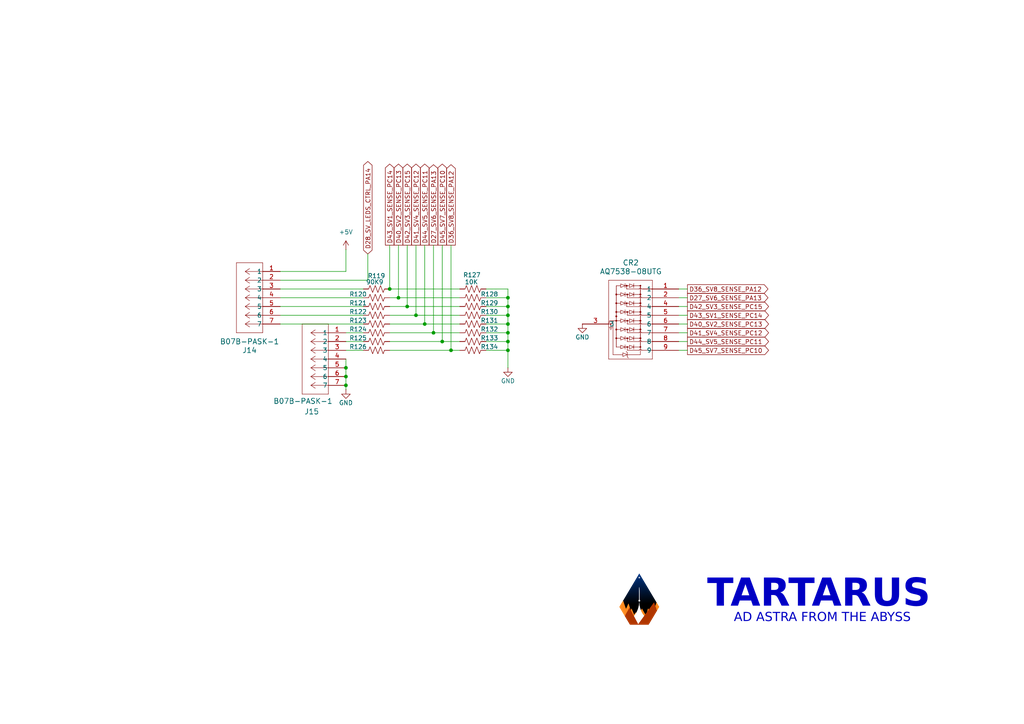
<source format=kicad_sch>
(kicad_sch (version 20250114) (generator "eeschema") (generator_version "9.0")
  (paper "A4")
  (lib_symbols
    (symbol "AQ7538_08UTG:AQ7538-08UTG" (pin_names (offset 0.254))
      (property "Reference" "CR" (at 12.7 17.78 0))
      (property "Value" "AQ7538-08UTG" (at 12.7 15.24 0))
      (symbol "AQ7538-08UTG_0_1"
        (polyline (pts (xy 7.62 12.7) (xy 7.62 -10.16)) (stroke (width 0.127)))
        (polyline (pts (xy 7.62 0) (xy 8.255 0)) (stroke (width 0.127)))
        (polyline (pts (xy 7.62 -10.16) (xy 20.32 -10.16)) (stroke (width 0.127)))
        (polyline (pts (xy 7.7788 -0.9525) (xy 8.7313 -0.9525)) (stroke (width 0.127)))
        (polyline (pts (xy 7.9375 0.9525) (xy 7.62 0)) (stroke (width 0.127)))
        (polyline (pts (xy 8.0963 -1.5875) (xy 8.4138 -1.5875)) (stroke (width 0.127)))
        (polyline (pts (xy 8.255 0) (xy 8.255 -0.9525)) (stroke (width 0.127)))
        (circle (center 8.255 0) (radius 0.127) (stroke (width 0.2032)))
        (polyline (pts (xy 8.5725 0.9525) (xy 7.9375 0.9525)) (stroke (width 0.127)))
        (polyline (pts (xy 8.5725 0.9525) (xy 9.8425 0.9525)) (stroke (width 0.127)))
        (polyline (pts (xy 8.5725 -1.27) (xy 7.9375 -1.27)) (stroke (width 0.127)))
        (polyline (pts (xy 8.89 0.9525) (xy 8.89 -8.89)) (stroke (width 0.127)))
        (polyline (pts (xy 8.89 -8.89) (xy 11.7475 -8.89)) (stroke (width 0.127)))
        (polyline (pts (xy 9.8425 11.1125) (xy 9.8425 -6.6675)) (stroke (width 0.127)))
        (polyline (pts (xy 9.8425 11.1125) (xy 9.8425 -6.6675)) (stroke (width 0.127)))
        (polyline (pts (xy 9.8425 8.5725) (xy 11.1125 8.5725)) (stroke (width 0.127)))
        (circle (center 9.8425 8.5725) (radius 0.127) (stroke (width 0.254)))
        (circle (center 9.8425 8.5725) (radius 0.127) (stroke (width 0.254)))
        (polyline (pts (xy 9.8425 6.0325) (xy 11.1125 6.0325)) (stroke (width 0.127)))
        (circle (center 9.8425 6.0325) (radius 0.127) (stroke (width 0.254)))
        (circle (center 9.8425 6.0325) (radius 0.127) (stroke (width 0.254)))
        (polyline (pts (xy 9.8425 3.4925) (xy 11.1125 3.4925)) (stroke (width 0.127)))
        (circle (center 9.8425 3.4925) (radius 0.127) (stroke (width 0.254)))
        (circle (center 9.8425 3.4925) (radius 0.127) (stroke (width 0.254)))
        (circle (center 9.8425 2.2225) (radius 0.127) (stroke (width 0.254)))
        (circle (center 9.8425 2.2225) (radius 0.127) (stroke (width 0.254)))
        (polyline (pts (xy 9.8425 0.9525) (xy 11.1125 0.9525)) (stroke (width 0.127)))
        (circle (center 9.8425 0.9525) (radius 0.127) (stroke (width 0.254)))
        (circle (center 9.8425 0.9525) (radius 0.127) (stroke (width 0.254)))
        (polyline (pts (xy 9.8425 -1.5875) (xy 11.1125 -1.5875)) (stroke (width 0.127)))
        (circle (center 9.8425 -1.5875) (radius 0.127) (stroke (width 0.254)))
        (circle (center 9.8425 -1.5875) (radius 0.127) (stroke (width 0.254)))
        (polyline (pts (xy 9.8425 -4.1275) (xy 11.1125 -4.1275)) (stroke (width 0.127)))
        (circle (center 9.8425 -4.1275) (radius 0.127) (stroke (width 0.254)))
        (circle (center 9.8425 -4.1275) (radius 0.127) (stroke (width 0.254)))
        (polyline (pts (xy 9.8425 -6.6675) (xy 11.1125 -6.6675)) (stroke (width 0.127)))
        (polyline (pts (xy 11.1125 11.6205) (xy 11.1125 10.6045)) (stroke (width 0.127)))
        (polyline (pts (xy 11.1125 11.6205) (xy 12.3825 11.1125)) (stroke (width 0.127)))
        (polyline (pts (xy 11.1125 11.1125) (xy 9.8425 11.1125)) (stroke (width 0.127)))
        (polyline (pts (xy 11.1125 9.0805) (xy 11.1125 8.0645)) (stroke (width 0.127)))
        (polyline (pts (xy 11.1125 9.0805) (xy 12.3825 8.5725)) (stroke (width 0.127)))
        (polyline (pts (xy 11.1125 6.5405) (xy 11.1125 5.5245)) (stroke (width 0.127)))
        (polyline (pts (xy 11.1125 6.5405) (xy 12.3825 6.0325)) (stroke (width 0.127)))
        (polyline (pts (xy 11.1125 4.0005) (xy 11.1125 2.9845)) (stroke (width 0.127)))
        (polyline (pts (xy 11.1125 4.0005) (xy 12.3825 3.4925)) (stroke (width 0.127)))
        (polyline (pts (xy 11.1125 1.4605) (xy 11.1125 0.4445)) (stroke (width 0.127)))
        (polyline (pts (xy 11.1125 1.4605) (xy 12.3825 0.9525)) (stroke (width 0.127)))
        (polyline (pts (xy 11.1125 -1.0795) (xy 11.1125 -2.0955)) (stroke (width 0.127)))
        (polyline (pts (xy 11.1125 -1.0795) (xy 12.3825 -1.5875)) (stroke (width 0.127)))
        (polyline (pts (xy 11.1125 -3.6195) (xy 11.1125 -4.6355)) (stroke (width 0.127)))
        (polyline (pts (xy 11.1125 -3.6195) (xy 12.3825 -4.1275)) (stroke (width 0.127)))
        (polyline (pts (xy 11.1125 -6.1595) (xy 11.1125 -7.1755)) (stroke (width 0.127)))
        (polyline (pts (xy 11.1125 -6.1595) (xy 12.3825 -6.6675)) (stroke (width 0.127)))
        (polyline (pts (xy 11.7475 -8.382) (xy 11.7475 -9.398)) (stroke (width 0.127)))
        (polyline (pts (xy 11.7475 -8.382) (xy 13.0175 -8.89)) (stroke (width 0.127)))
        (polyline (pts (xy 12.3825 11.7475) (xy 12.3825 10.4775)) (stroke (width 0.127)))
        (polyline (pts (xy 12.3825 11.1125) (xy 11.1125 10.6045)) (stroke (width 0.127)))
        (polyline (pts (xy 12.3825 11.1125) (xy 13.6525 11.1125)) (stroke (width 0.127)))
        (polyline (pts (xy 12.3825 9.2075) (xy 12.3825 7.9375)) (stroke (width 0.127)))
        (polyline (pts (xy 12.3825 8.5725) (xy 11.1125 8.0645)) (stroke (width 0.127)))
        (polyline (pts (xy 12.3825 8.5725) (xy 13.6525 8.5725)) (stroke (width 0.127)))
        (polyline (pts (xy 12.3825 6.6675) (xy 12.3825 5.3975)) (stroke (width 0.127)))
        (polyline (pts (xy 12.3825 6.0325) (xy 11.1125 5.5245)) (stroke (width 0.127)))
        (polyline (pts (xy 12.3825 6.0325) (xy 13.6525 6.0325)) (stroke (width 0.127)))
        (polyline (pts (xy 12.3825 4.1275) (xy 12.3825 2.8575)) (stroke (width 0.127)))
        (polyline (pts (xy 12.3825 3.4925) (xy 11.1125 2.9845)) (stroke (width 0.127)))
        (polyline (pts (xy 12.3825 3.4925) (xy 13.6525 3.4925)) (stroke (width 0.127)))
        (polyline (pts (xy 12.3825 1.5875) (xy 12.3825 0.3175)) (stroke (width 0.127)))
        (polyline (pts (xy 12.3825 0.9525) (xy 11.1125 0.4445)) (stroke (width 0.127)))
        (polyline (pts (xy 12.3825 0.9525) (xy 13.6525 0.9525)) (stroke (width 0.127)))
        (polyline (pts (xy 12.3825 -0.9525) (xy 12.3825 -2.2225)) (stroke (width 0.127)))
        (polyline (pts (xy 12.3825 -1.5875) (xy 11.1125 -2.0955)) (stroke (width 0.127)))
        (polyline (pts (xy 12.3825 -3.4925) (xy 12.3825 -4.7625)) (stroke (width 0.127)))
        (polyline (pts (xy 12.3825 -4.1275) (xy 11.1125 -4.6355)) (stroke (width 0.127)))
        (polyline (pts (xy 12.3825 -4.1275) (xy 13.6525 -4.1275)) (stroke (width 0.127)))
        (polyline (pts (xy 12.3825 -6.0325) (xy 12.3825 -7.3025)) (stroke (width 0.127)))
        (polyline (pts (xy 12.3825 -6.6675) (xy 11.1125 -7.1755)) (stroke (width 0.127)))
        (circle (center 12.8588 11.1125) (radius 0.127) (stroke (width 0.254)))
        (circle (center 12.8588 11.1125) (radius 0.127) (stroke (width 0.254)))
        (polyline (pts (xy 12.8588 10.16) (xy 12.8588 11.1125)) (stroke (width 0.127)))
        (polyline (pts (xy 12.8588 10.16) (xy 12.8588 11.1125)) (stroke (width 0.127)))
        (polyline (pts (xy 12.8588 10.16) (xy 16.5227 10.16)) (stroke (width 0.127)))
        (circle (center 12.8588 6.0325) (radius 0.127) (stroke (width 0.254)))
        (polyline (pts (xy 12.8588 5.08) (xy 12.8588 6.0325)) (stroke (width 0.127)))
        (circle (center 13.0175 8.5725) (radius 0.127) (stroke (width 0.254)))
        (polyline (pts (xy 13.0175 7.62) (xy 13.0175 8.5725)) (stroke (width 0.127)))
        (circle (center 13.0175 3.4925) (radius 0.127) (stroke (width 0.254)))
        (polyline (pts (xy 13.0175 2.54) (xy 13.0175 3.4925)) (stroke (width 0.127)))
        (polyline (pts (xy 13.0175 2.54) (xy 16.51 2.54)) (stroke (width 0.127)))
        (circle (center 13.0175 0.9525) (radius 0.127) (stroke (width 0.254)))
        (polyline (pts (xy 13.0175 0) (xy 13.0175 0.9525)) (stroke (width 0.127)))
        (polyline (pts (xy 13.0175 0) (xy 16.51 0)) (stroke (width 0.127)))
        (circle (center 13.0175 -1.5875) (radius 0.127) (stroke (width 0.254)))
        (polyline (pts (xy 13.0175 -2.54) (xy 13.0175 -1.5875)) (stroke (width 0.127)))
        (circle (center 13.0175 -4.1275) (radius 0.127) (stroke (width 0.254)))
        (polyline (pts (xy 13.0175 -5.08) (xy 13.0175 -4.1275)) (stroke (width 0.127)))
        (polyline (pts (xy 13.0175 -5.08) (xy 16.51 -5.08)) (stroke (width 0.127)))
        (circle (center 13.0175 -6.6675) (radius 0.127) (stroke (width 0.254)))
        (polyline (pts (xy 13.0175 -7.62) (xy 13.0175 -6.6675)) (stroke (width 0.127)))
        (polyline (pts (xy 13.0175 -8.255) (xy 12.7 -7.9375)) (stroke (width 0.127)))
        (polyline (pts (xy 13.0175 -8.255) (xy 13.0175 -9.525)) (stroke (width 0.127)))
        (polyline (pts (xy 13.0175 -8.89) (xy 11.7475 -9.398)) (stroke (width 0.127)))
        (polyline (pts (xy 13.0175 -8.89) (xy 16.8275 -8.89)) (stroke (width 0.127)))
        (polyline (pts (xy 13.0175 -9.525) (xy 13.335 -9.8425)) (stroke (width 0.127)))
        (polyline (pts (xy 13.6525 11.6205) (xy 13.6525 10.6045)) (stroke (width 0.127)))
        (polyline (pts (xy 13.6525 11.6205) (xy 14.9225 11.1125)) (stroke (width 0.127)))
        (polyline (pts (xy 13.6525 9.0805) (xy 13.6525 8.0645)) (stroke (width 0.127)))
        (polyline (pts (xy 13.6525 9.0805) (xy 14.9225 8.5725)) (stroke (width 0.127)))
        (polyline (pts (xy 13.6525 6.5405) (xy 13.6525 5.5245)) (stroke (width 0.127)))
        (polyline (pts (xy 13.6525 6.5405) (xy 14.9225 6.0325)) (stroke (width 0.127)))
        (polyline (pts (xy 13.6525 4.0005) (xy 13.6525 2.9845)) (stroke (width 0.127)))
        (polyline (pts (xy 13.6525 4.0005) (xy 14.9225 3.4925)) (stroke (width 0.127)))
        (polyline (pts (xy 13.6525 1.4605) (xy 13.6525 0.4445)) (stroke (width 0.127)))
        (polyline (pts (xy 13.6525 1.4605) (xy 14.9225 0.9525)) (stroke (width 0.127)))
        (polyline (pts (xy 13.6525 -1.0795) (xy 13.6525 -2.0955)) (stroke (width 0.127)))
        (polyline (pts (xy 13.6525 -1.0795) (xy 14.9225 -1.5875)) (stroke (width 0.127)))
        (polyline (pts (xy 13.6525 -1.5875) (xy 12.3825 -1.5875)) (stroke (width 0.127)))
        (polyline (pts (xy 13.6525 -3.6195) (xy 13.6525 -4.6355)) (stroke (width 0.127)))
        (polyline (pts (xy 13.6525 -3.6195) (xy 14.9225 -4.1275)) (stroke (width 0.127)))
        (polyline (pts (xy 13.6525 -6.1595) (xy 13.6525 -7.1755)) (stroke (width 0.127)))
        (polyline (pts (xy 13.6525 -6.1595) (xy 14.9225 -6.6675)) (stroke (width 0.127)))
        (polyline (pts (xy 13.6525 -6.6675) (xy 12.3825 -6.6675)) (stroke (width 0.127)))
        (polyline (pts (xy 14.9225 11.7475) (xy 14.9225 10.4775)) (stroke (width 0.127)))
        (polyline (pts (xy 14.9225 11.1125) (xy 13.6525 10.6045)) (stroke (width 0.127)))
        (polyline (pts (xy 14.9225 11.1125) (xy 16.8275 11.1125)) (stroke (width 0.127)))
        (polyline (pts (xy 14.9225 9.2075) (xy 14.9225 7.9375)) (stroke (width 0.127)))
        (polyline (pts (xy 14.9225 8.5725) (xy 13.6525 8.0645)) (stroke (width 0.127)))
        (polyline (pts (xy 14.9225 8.5725) (xy 16.8275 8.5725)) (stroke (width 0.127)))
        (polyline (pts (xy 14.9225 6.6675) (xy 14.9225 5.3975)) (stroke (width 0.127)))
        (polyline (pts (xy 14.9225 6.0325) (xy 13.6525 5.5245)) (stroke (width 0.127)))
        (polyline (pts (xy 14.9225 4.1275) (xy 14.9225 2.8575)) (stroke (width 0.127)))
        (polyline (pts (xy 14.9225 3.4925) (xy 13.6525 2.9845)) (stroke (width 0.127)))
        (polyline (pts (xy 14.9225 3.4925) (xy 16.8275 3.4925)) (stroke (width 0.127)))
        (polyline (pts (xy 14.9225 1.5875) (xy 14.9225 0.3175)) (stroke (width 0.127)))
        (polyline (pts (xy 14.9225 0.9525) (xy 13.6525 0.4445)) (stroke (width 0.127)))
        (polyline (pts (xy 14.9225 0.9525) (xy 16.8275 0.9525)) (stroke (width 0.127)))
        (polyline (pts (xy 14.9225 -0.9525) (xy 14.9225 -2.2225)) (stroke (width 0.127)))
        (polyline (pts (xy 14.9225 -1.5875) (xy 13.6525 -2.0955)) (stroke (width 0.127)))
        (polyline (pts (xy 14.9225 -1.5875) (xy 16.8275 -1.5875)) (stroke (width 0.127)))
        (polyline (pts (xy 14.9225 -3.4925) (xy 14.9225 -4.7625)) (stroke (width 0.127)))
        (polyline (pts (xy 14.9225 -4.1275) (xy 13.6525 -4.6355)) (stroke (width 0.127)))
        (polyline (pts (xy 14.9225 -4.1275) (xy 16.8275 -4.1275)) (stroke (width 0.127)))
        (polyline (pts (xy 14.9225 -6.0325) (xy 14.9225 -7.3025)) (stroke (width 0.127)))
        (polyline (pts (xy 14.9225 -6.6675) (xy 13.6525 -7.1755)) (stroke (width 0.127)))
        (polyline (pts (xy 14.9225 -6.6675) (xy 16.8275 -6.6675)) (stroke (width 0.127)))
        (polyline (pts (xy 16.4846 5.0546) (xy 12.827 5.0546)) (stroke (width 0.127)))
        (polyline (pts (xy 16.5227 7.62) (xy 13.0175 7.62)) (stroke (width 0.127)))
        (polyline (pts (xy 16.5227 -2.54) (xy 13.0175 -2.54)) (stroke (width 0.127)))
        (polyline (pts (xy 16.5227 -7.62) (xy 13.0175 -7.62)) (stroke (width 0.127)))
        (polyline (pts (xy 16.8275 11.1125) (xy 16.8275 -6.6675)) (stroke (width 0.127)))
        (polyline (pts (xy 16.8275 11.1125) (xy 16.8275 -8.89)) (stroke (width 0.127)))
        (circle (center 16.8275 11.1125) (radius 0.127) (stroke (width 0.254)))
        (arc (start 16.5227 10.16) (mid 16.8275 10.4634) (end 17.1323 10.16) (stroke (width 0.127)))
        (circle (center 16.8275 8.5725) (radius 0.127) (stroke (width 0.254)))
        (circle (center 16.8275 8.5725) (radius 0.127) (stroke (width 0.254)))
        (arc (start 16.5227 7.62) (mid 16.8275 7.9234) (end 17.1323 7.62) (stroke (width 0.127)))
        (polyline (pts (xy 16.8275 6.0325) (xy 14.9225 6.0325)) (stroke (width 0.127)))
        (circle (center 16.8275 6.0325) (radius 0.127) (stroke (width 0.254)))
        (circle (center 16.8275 6.0325) (radius 0.127) (stroke (width 0.254)))
        (arc (start 16.5227 5.08) (mid 16.8275 5.3834) (end 17.1323 5.08) (stroke (width 0.127)))
        (circle (center 16.8275 3.4925) (radius 0.127) (stroke (width 0.254)))
        (circle (center 16.8275 3.4925) (radius 0.127) (stroke (width 0.254)))
        (arc (start 16.5227 2.54) (mid 16.8275 2.8434) (end 17.1323 2.54) (stroke (width 0.127)))
        (circle (center 16.8275 0.9525) (radius 0.127) (stroke (width 0.254)))
        (circle (center 16.8275 0.9525) (radius 0.127) (stroke (width 0.254)))
        (arc (start 16.5227 0) (mid 16.8275 0.3035) (end 17.1323 0) (stroke (width 0.127)))
        (circle (center 16.8275 -1.5875) (radius 0.127) (stroke (width 0.254)))
        (circle (center 16.8275 -1.5875) (radius 0.127) (stroke (width 0.254)))
        (arc (start 16.5227 -2.54) (mid 16.8275 -2.2365) (end 17.1323 -2.54) (stroke (width 0.127)))
        (circle (center 16.8275 -4.1275) (radius 0.127) (stroke (width 0.254)))
        (circle (center 16.8275 -4.1275) (radius 0.127) (stroke (width 0.254)))
        (arc (start 16.5227 -5.08) (mid 16.8275 -4.7765) (end 17.1323 -5.08) (stroke (width 0.127)))
        (circle (center 16.8275 -6.6675) (radius 0.127) (stroke (width 0.254)))
        (arc (start 16.5227 -7.62) (mid 16.8275 -7.3165) (end 17.1323 -7.62) (stroke (width 0.127)))
        (polyline (pts (xy 17.1323 10.16) (xy 20.32 10.16)) (stroke (width 0.127)))
        (polyline (pts (xy 17.1323 7.62) (xy 20.4788 7.62)) (stroke (width 0.127)))
        (polyline (pts (xy 17.1323 5.08) (xy 20.32 5.08)) (stroke (width 0.127)))
        (polyline (pts (xy 17.1323 0) (xy 20.4788 0)) (stroke (width 0.127)))
        (polyline (pts (xy 17.1323 -2.54) (xy 20.4788 -2.54)) (stroke (width 0.127)))
        (polyline (pts (xy 17.1323 -5.08) (xy 20.4788 -5.08)) (stroke (width 0.127)))
        (polyline (pts (xy 17.1323 -7.62) (xy 20.4788 -7.62)) (stroke (width 0.127)))
        (polyline (pts (xy 17.145 2.54) (xy 20.4788 2.54)) (stroke (width 0.127)))
        (polyline (pts (xy 17.4625 10.16) (xy 20.32 10.16)) (stroke (width 0.127)))
        (polyline (pts (xy 20.32 12.7) (xy 7.62 12.7)) (stroke (width 0.127)))
        (polyline (pts (xy 20.32 12.7) (xy 20.32 -10.16)) (stroke (width 0.127)))
        (pin unspecified line (at 0 0 0) (length 7.62) (name "3") (number "3"))
        (pin unspecified line (at 27.94 10.16 180) (length 7.62) (name "1") (number "1"))
        (pin unspecified line (at 27.94 7.62 180) (length 7.62) (name "2") (number "2"))
        (pin unspecified line (at 27.94 5.08 180) (length 7.62) (name "4") (number "4"))
        (pin unspecified line (at 27.94 2.54 180) (length 7.62) (name "5") (number "5"))
        (pin unspecified line (at 27.94 0 180) (length 7.62) (name "6") (number "6"))
        (pin unspecified line (at 27.94 -2.54 180) (length 7.62) (name "7") (number "7"))
        (pin unspecified line (at 27.94 -5.08 180) (length 7.62) (name "8") (number "8"))
        (pin unspecified line (at 27.94 -7.62 180) (length 7.62) (name "9") (number "9"))
      )
    )
    (symbol "Device:R_US" (pin_numbers (hide yes)) (pin_names (offset 0))
      (property "Reference" "R" (at 2.54 0 90))
      (property "Value" "R_US" (at -2.54 0 90))
      (symbol "R_US_0_1"
        (polyline (pts (xy 0 2.286) (xy 0 2.54)))
        (polyline (pts (xy 0 2.286) (xy 1.016 1.905) (xy 0 1.524) (xy -1.016 1.143) (xy 0 0.762)))
        (polyline (pts (xy 0 0.762) (xy 1.016 0.381) (xy 0 0) (xy -1.016 -0.381) (xy 0 -0.762)))
        (polyline (pts (xy 0 -0.762) (xy 1.016 -1.143) (xy 0 -1.524) (xy -1.016 -1.905) (xy 0 -2.286)))
        (polyline (pts (xy 0 -2.286) (xy 0 -2.54)))
      )
      (symbol "R_US_1_1"
        (pin passive line (at 0 3.81 270) (length 1.27) (name "~") (number "1"))
        (pin passive line (at 0 -3.81 90) (length 1.27) (name "~") (number "2"))
      )
    )
    (symbol "power:+12V" (power) (pin_numbers (hide yes)) (pin_names (offset 0) (hide yes))
      (property "Value" "+12V" (at 0 3.556 0))
      (symbol "+12V_0_1"
        (polyline (pts (xy -0.762 1.27) (xy 0 2.54)))
        (polyline (pts (xy 0 2.54) (xy 0.762 1.27)))
        (polyline (pts (xy 0 0) (xy 0 2.54)))
      )
      (symbol "+12V_1_1"
        (pin power_in line (at 0 0 90) (length 0) (name "~") (number "1"))
      )
    )
    (symbol "power:GND" (power) (pin_numbers (hide yes)) (pin_names (offset 0) (hide yes))
      (property "Value" "GND" (at 0 -3.81 0))
      (symbol "GND_0_1"
        (polyline (pts (xy 0 0) (xy 0 -1.27) (xy 1.27 -1.27) (xy 0 -2.54) (xy -1.27 -1.27) (xy 0 -1.27)))
      )
      (symbol "GND_1_1"
        (pin power_in line (at 0 0 270) (length 0) (name "~") (number "1"))
      )
    )
    (symbol "ul_B07B-PASK-1:B07B-PASK-1" (pin_names (offset 0.254))
      (property "Reference" "J" (at 8.89 6.35 0))
      (property "Value" "B07B-PASK-1" (at 0 0 0))
      (symbol "B07B-PASK-1_1_1"
        (polyline (pts (xy 5.08 2.54) (xy 5.08 -17.78)) (stroke (width 0.127)))
        (polyline (pts (xy 5.08 -17.78) (xy 12.7 -17.78)) (stroke (width 0.127)))
        (polyline (pts (xy 10.16 0) (xy 5.08 0)) (stroke (width 0.127)))
        (polyline (pts (xy 10.16 0) (xy 8.89 0.8467)) (stroke (width 0.127)))
        (polyline (pts (xy 10.16 0) (xy 8.89 -0.8467)) (stroke (width 0.127)))
        (polyline (pts (xy 10.16 -2.54) (xy 5.08 -2.54)) (stroke (width 0.127)))
        (polyline (pts (xy 10.16 -2.54) (xy 8.89 -1.6933)) (stroke (width 0.127)))
        (polyline (pts (xy 10.16 -2.54) (xy 8.89 -3.3867)) (stroke (width 0.127)))
        (polyline (pts (xy 10.16 -5.08) (xy 5.08 -5.08)) (stroke (width 0.127)))
        (polyline (pts (xy 10.16 -5.08) (xy 8.89 -4.2333)) (stroke (width 0.127)))
        (polyline (pts (xy 10.16 -5.08) (xy 8.89 -5.9267)) (stroke (width 0.127)))
        (polyline (pts (xy 10.16 -7.62) (xy 5.08 -7.62)) (stroke (width 0.127)))
        (polyline (pts (xy 10.16 -7.62) (xy 8.89 -6.7733)) (stroke (width 0.127)))
        (polyline (pts (xy 10.16 -7.62) (xy 8.89 -8.4667)) (stroke (width 0.127)))
        (polyline (pts (xy 10.16 -10.16) (xy 5.08 -10.16)) (stroke (width 0.127)))
        (polyline (pts (xy 10.16 -10.16) (xy 8.89 -9.3133)) (stroke (width 0.127)))
        (polyline (pts (xy 10.16 -10.16) (xy 8.89 -11.0067)) (stroke (width 0.127)))
        (polyline (pts (xy 10.16 -12.7) (xy 5.08 -12.7)) (stroke (width 0.127)))
        (polyline (pts (xy 10.16 -12.7) (xy 8.89 -11.8533)) (stroke (width 0.127)))
        (polyline (pts (xy 10.16 -12.7) (xy 8.89 -13.5467)) (stroke (width 0.127)))
        (polyline (pts (xy 10.16 -15.24) (xy 5.08 -15.24)) (stroke (width 0.127)))
        (polyline (pts (xy 10.16 -15.24) (xy 8.89 -14.3933)) (stroke (width 0.127)))
        (polyline (pts (xy 10.16 -15.24) (xy 8.89 -16.0867)) (stroke (width 0.127)))
        (polyline (pts (xy 12.7 2.54) (xy 5.08 2.54)) (stroke (width 0.127)))
        (polyline (pts (xy 12.7 -17.78) (xy 12.7 2.54)) (stroke (width 0.127)))
        (pin unspecified line (at 0 0 0) (length 5.08) (name "1") (number "1"))
        (pin unspecified line (at 0 -2.54 0) (length 5.08) (name "2") (number "2"))
        (pin unspecified line (at 0 -5.08 0) (length 5.08) (name "3") (number "3"))
        (pin unspecified line (at 0 -7.62 0) (length 5.08) (name "4") (number "4"))
        (pin unspecified line (at 0 -10.16 0) (length 5.08) (name "5") (number "5"))
        (pin unspecified line (at 0 -12.7 0) (length 5.08) (name "6") (number "6"))
        (pin unspecified line (at 0 -15.24 0) (length 5.08) (name "7") (number "7"))
      )
      (symbol "B07B-PASK-1_1_2"
        (polyline (pts (xy 5.08 2.54) (xy 5.08 -17.78)) (stroke (width 0.127)))
        (polyline (pts (xy 5.08 -17.78) (xy 12.7 -17.78)) (stroke (width 0.127)))
        (polyline (pts (xy 7.62 0) (xy 5.08 0)) (stroke (width 0.127)))
        (polyline (pts (xy 7.62 0) (xy 8.89 0.8467)) (stroke (width 0.127)))
        (polyline (pts (xy 7.62 0) (xy 8.89 -0.8467)) (stroke (width 0.127)))
        (polyline (pts (xy 7.62 -2.54) (xy 5.08 -2.54)) (stroke (width 0.127)))
        (polyline (pts (xy 7.62 -2.54) (xy 8.89 -1.6933)) (stroke (width 0.127)))
        (polyline (pts (xy 7.62 -2.54) (xy 8.89 -3.3867)) (stroke (width 0.127)))
        (polyline (pts (xy 7.62 -5.08) (xy 5.08 -5.08)) (stroke (width 0.127)))
        (polyline (pts (xy 7.62 -5.08) (xy 8.89 -4.2333)) (stroke (width 0.127)))
        (polyline (pts (xy 7.62 -5.08) (xy 8.89 -5.9267)) (stroke (width 0.127)))
        (polyline (pts (xy 7.62 -7.62) (xy 5.08 -7.62)) (stroke (width 0.127)))
        (polyline (pts (xy 7.62 -7.62) (xy 8.89 -6.7733)) (stroke (width 0.127)))
        (polyline (pts (xy 7.62 -7.62) (xy 8.89 -8.4667)) (stroke (width 0.127)))
        (polyline (pts (xy 7.62 -10.16) (xy 5.08 -10.16)) (stroke (width 0.127)))
        (polyline (pts (xy 7.62 -10.16) (xy 8.89 -9.3133)) (stroke (width 0.127)))
        (polyline (pts (xy 7.62 -10.16) (xy 8.89 -11.0067)) (stroke (width 0.127)))
        (polyline (pts (xy 7.62 -12.7) (xy 5.08 -12.7)) (stroke (width 0.127)))
        (polyline (pts (xy 7.62 -12.7) (xy 8.89 -11.8533)) (stroke (width 0.127)))
        (polyline (pts (xy 7.62 -12.7) (xy 8.89 -13.5467)) (stroke (width 0.127)))
        (polyline (pts (xy 7.62 -15.24) (xy 5.08 -15.24)) (stroke (width 0.127)))
        (polyline (pts (xy 7.62 -15.24) (xy 8.89 -14.3933)) (stroke (width 0.127)))
        (polyline (pts (xy 7.62 -15.24) (xy 8.89 -16.0867)) (stroke (width 0.127)))
        (polyline (pts (xy 12.7 2.54) (xy 5.08 2.54)) (stroke (width 0.127)))
        (polyline (pts (xy 12.7 -17.78) (xy 12.7 2.54)) (stroke (width 0.127)))
        (pin unspecified line (at 0 0 0) (length 5.08) (name "1") (number "1"))
        (pin unspecified line (at 0 -2.54 0) (length 5.08) (name "2") (number "2"))
        (pin unspecified line (at 0 -5.08 0) (length 5.08) (name "3") (number "3"))
        (pin unspecified line (at 0 -7.62 0) (length 5.08) (name "4") (number "4"))
        (pin unspecified line (at 0 -10.16 0) (length 5.08) (name "5") (number "5"))
        (pin unspecified line (at 0 -12.7 0) (length 5.08) (name "6") (number "6"))
        (pin unspecified line (at 0 -15.24 0) (length 5.08) (name "7") (number "7"))
      )
    )
  )
  (text "AD ASTRA FROM THE ABYSS" (at 238.506 179.959 0) (effects (font (size 2.6 2.6))))
  (text "TARTARUS" (at 237.49 174.625 0) (effects (font (size 8 8) (thickness 1.6) (bold yes))))
  (junction (at 147.32 101.6))
  (junction (at 123.19 93.98))
  (junction (at 130.81 101.6))
  (junction (at 118.11 88.9))
  (junction (at 147.32 93.98))
  (junction (at 147.32 86.36))
  (junction (at 147.32 88.9))
  (junction (at 147.32 99.06))
  (junction (at 125.73 96.52))
  (junction (at 128.27 99.06))
  (junction (at 147.32 96.52))
  (junction (at 100.33 106.68))
  (junction (at 115.57 86.36))
  (junction (at 113.03 83.82))
  (junction (at 120.65 91.44))
  (junction (at 100.33 109.22))
  (junction (at 147.32 91.44))
  (junction (at 100.33 111.76))
  (wire (pts (xy 113.03 91.44) (xy 120.65 91.44)))
  (wire (pts (xy 199.39 101.6) (xy 196.85 101.6)))
  (wire (pts (xy 113.03 88.9) (xy 118.11 88.9)))
  (wire (pts (xy 105.41 96.52) (xy 100.33 96.52)))
  (wire (pts (xy 140.97 88.9) (xy 147.32 88.9)))
  (wire (pts (xy 105.41 86.36) (xy 81.28 86.36)))
  (wire (pts (xy 120.65 91.44) (xy 133.35 91.44)))
  (wire (pts (xy 147.32 86.36) (xy 147.32 88.9)))
  (wire (pts (xy 140.97 101.6) (xy 147.32 101.6)))
  (wire (pts (xy 147.32 101.6) (xy 147.32 106.68)))
  (wire (pts (xy 147.32 93.98) (xy 147.32 96.52)))
  (wire (pts (xy 105.41 93.98) (xy 81.28 93.98)))
  (wire (pts (xy 130.81 71.12) (xy 130.81 101.6)))
  (wire (pts (xy 106.68 81.28) (xy 106.68 73.66)))
  (wire (pts (xy 140.97 83.82) (xy 147.32 83.82)))
  (wire (pts (xy 199.39 88.9) (xy 196.85 88.9)))
  (wire (pts (xy 118.11 88.9) (xy 133.35 88.9)))
  (wire (pts (xy 147.32 83.82) (xy 147.32 86.36)))
  (wire (pts (xy 128.27 99.06) (xy 133.35 99.06)))
  (wire (pts (xy 120.65 71.12) (xy 120.65 91.44)))
  (wire (pts (xy 105.41 91.44) (xy 81.28 91.44)))
  (wire (pts (xy 125.73 96.52) (xy 133.35 96.52)))
  (wire (pts (xy 140.97 91.44) (xy 147.32 91.44)))
  (wire (pts (xy 199.39 83.82) (xy 196.85 83.82)))
  (wire (pts (xy 113.03 96.52) (xy 125.73 96.52)))
  (wire (pts (xy 147.32 88.9) (xy 147.32 91.44)))
  (wire (pts (xy 140.97 96.52) (xy 147.32 96.52)))
  (wire (pts (xy 105.41 99.06) (xy 100.33 99.06)))
  (wire (pts (xy 140.97 86.36) (xy 147.32 86.36)))
  (wire (pts (xy 105.41 101.6) (xy 100.33 101.6)))
  (wire (pts (xy 147.32 91.44) (xy 147.32 93.98)))
  (wire (pts (xy 123.19 93.98) (xy 133.35 93.98)))
  (wire (pts (xy 140.97 99.06) (xy 147.32 99.06)))
  (wire (pts (xy 147.32 99.06) (xy 147.32 101.6)))
  (wire (pts (xy 113.03 99.06) (xy 128.27 99.06)))
  (wire (pts (xy 199.39 93.98) (xy 196.85 93.98)))
  (wire (pts (xy 81.28 81.28) (xy 106.68 81.28)))
  (wire (pts (xy 115.57 71.12) (xy 115.57 86.36)))
  (wire (pts (xy 100.33 78.74) (xy 100.33 72.39)))
  (wire (pts (xy 113.03 93.98) (xy 123.19 93.98)))
  (wire (pts (xy 125.73 71.12) (xy 125.73 96.52)))
  (wire (pts (xy 199.39 96.52) (xy 196.85 96.52)))
  (wire (pts (xy 199.39 86.36) (xy 196.85 86.36)))
  (wire (pts (xy 115.57 86.36) (xy 133.35 86.36)))
  (wire (pts (xy 113.03 83.82) (xy 133.35 83.82)))
  (wire (pts (xy 100.33 104.14) (xy 100.33 106.68)))
  (wire (pts (xy 147.32 96.52) (xy 147.32 99.06)))
  (wire (pts (xy 130.81 101.6) (xy 133.35 101.6)))
  (wire (pts (xy 100.33 111.76) (xy 100.33 113.03)))
  (wire (pts (xy 100.33 106.68) (xy 100.33 109.22)))
  (wire (pts (xy 81.28 78.74) (xy 100.33 78.74)))
  (wire (pts (xy 199.39 99.06) (xy 196.85 99.06)))
  (wire (pts (xy 105.41 88.9) (xy 81.28 88.9)))
  (wire (pts (xy 105.41 83.82) (xy 81.28 83.82)))
  (wire (pts (xy 100.33 109.22) (xy 100.33 111.76)))
  (wire (pts (xy 113.03 101.6) (xy 130.81 101.6)))
  (wire (pts (xy 199.39 91.44) (xy 196.85 91.44)))
  (wire (pts (xy 140.97 93.98) (xy 147.32 93.98)))
  (wire (pts (xy 113.03 86.36) (xy 115.57 86.36)))
  (wire (pts (xy 118.11 71.12) (xy 118.11 88.9)))
  (wire (pts (xy 123.19 71.12) (xy 123.19 93.98)))
  (wire (pts (xy 113.03 71.12) (xy 113.03 83.82)))
  (wire (pts (xy 128.27 71.12) (xy 128.27 99.06)))
  (image (at 185.42 175.133) (scale 0.0421478))
  (global_label "D40_SV2_SENSE_PC13" (shape output) (at 199.39 93.98 0) (property "Intersheetrefs" "${INTERSHEET_REFS}" (effects (hide yes))))
  (global_label "D36_SV8_SENSE_PA12" (shape output) (at 130.81 71.12 90) (property "Intersheetrefs" "${INTERSHEET_REFS}" (effects (hide yes))))
  (global_label "D45_SV7_SENSE_PC10" (shape output) (at 199.39 101.6 0) (property "Intersheetrefs" "${INTERSHEET_REFS}" (effects (hide yes))))
  (global_label "D43_SV1_SENSE_PC14" (shape output) (at 199.39 91.44 0) (property "Intersheetrefs" "${INTERSHEET_REFS}" (effects (hide yes))))
  (global_label "D44_SV5_SENSE_PC11" (shape output) (at 123.19 71.12 90) (property "Intersheetrefs" "${INTERSHEET_REFS}" (effects (hide yes))))
  (global_label "D40_SV2_SENSE_PC13" (shape output) (at 115.57 71.12 90) (property "Intersheetrefs" "${INTERSHEET_REFS}" (effects (hide yes))))
  (global_label "D27_SV6_SENSE_PA13" (shape output) (at 199.39 86.36 0) (property "Intersheetrefs" "${INTERSHEET_REFS}" (effects (hide yes))))
  (global_label "D44_SV5_SENSE_PC11" (shape output) (at 199.39 99.06 0) (property "Intersheetrefs" "${INTERSHEET_REFS}" (effects (hide yes))))
  (global_label "D42_SV3_SENSE_PC15" (shape output) (at 199.39 88.9 0) (property "Intersheetrefs" "${INTERSHEET_REFS}" (effects (hide yes))))
  (global_label "D41_SV4_SENSE_PC12" (shape output) (at 120.65 71.12 90) (property "Intersheetrefs" "${INTERSHEET_REFS}" (effects (hide yes))))
  (global_label "D36_SV8_SENSE_PA12" (shape output) (at 199.39 83.82 0) (property "Intersheetrefs" "${INTERSHEET_REFS}" (effects (hide yes))))
  (global_label "D42_SV3_SENSE_PC15" (shape output) (at 118.11 71.12 90) (property "Intersheetrefs" "${INTERSHEET_REFS}" (effects (hide yes))))
  (global_label "D41_SV4_SENSE_PC12" (shape output) (at 199.39 96.52 0) (property "Intersheetrefs" "${INTERSHEET_REFS}" (effects (hide yes))))
  (global_label "D28_SV_LEDS_CTRL_PA14" (shape bidirectional) (at 106.68 73.66 90) (effects (font (size 1.2446 1.2446))) (property "Intersheetrefs" "${INTERSHEET_REFS}" (effects (hide yes))))
  (global_label "D45_SV7_SENSE_PC10" (shape output) (at 128.27 71.12 90) (property "Intersheetrefs" "${INTERSHEET_REFS}" (effects (hide yes))))
  (global_label "D27_SV6_SENSE_PA13" (shape output) (at 125.73 71.12 90) (property "Intersheetrefs" "${INTERSHEET_REFS}" (effects (hide yes))))
  (global_label "D43_SV1_SENSE_PC14" (shape output) (at 113.03 71.12 90) (property "Intersheetrefs" "${INTERSHEET_REFS}" (effects (hide yes))))
  (symbol (lib_id "Device:R_US") (at 109.22 83.82 90) (unit 1)
    (property "Reference" "R119" (at 111.76 80.01 90) (effects (justify left)))
    (property "Value" "90K9" (at 111.252 81.788 90) (effects (justify left)))
    (property "Footprint" "Resistor_SMD:R_0603_1608Metric" (effects (hide yes)))
    (property "Description" "Resistor, US symbol" (effects (hide yes)))
  )
  (symbol (lib_id "AQ7538_08UTG:AQ7538-08UTG") (at 168.91 93.98 0) (unit 1)
    (property "Reference" "CR2" (at 182.9594 76.2 0) (effects (font (size 1.524 1.524))))
    (property "Value" "AQ7538-08UTG" (at 182.9594 78.74 0) (effects (font (size 1.524 1.524))))
    (property "Footprint" "Barrett_Footprints:uDFN-9_3p8x1p0_LTF" (effects (hide yes)))
    (property "Datasheet" "AQ7538-08UTG" (effects (hide yes)))
  )
  (symbol (lib_id "Device:R_US") (at 137.16 96.52 90) (unit 1)
    (property "Reference" "R132" (at 144.526 95.504 90) (effects (justify left)))
    (property "Value" "1K" (effects (hide yes)))
    (property "Footprint" "Resistor_SMD:R_0603_1608Metric" (effects (hide yes)))
    (property "Description" "Resistor, US symbol" (effects (hide yes)))
  )
  (symbol (lib_id "ul_B07B-PASK-1:B07B-PASK-1") (at 100.33 96.52 0) (mirror y) (unit 1)
    (property "Reference" "J15" (at 90.424 119.38 0) (effects (font (size 1.524 1.524))))
    (property "Value" "B07B-PASK-1" (at 87.884 116.332 0) (effects (font (size 1.524 1.524))))
    (property "Footprint" "Barrett_Footprints:CONN_B07B-PASK-1_JST" (effects (hide yes)))
    (property "Datasheet" "B07B-PASK-1" (effects (hide yes)))
  )
  (symbol (lib_id "power:+12V") (at 100.33 72.39 0) (unit 1)
    (property "Reference" "#PWR0208" (effects (hide yes)))
    (property "Value" "+5V" (at 100.33 67.31 0))
    (property "Description" "Power symbol creates a global label with name \"+12V\"" (effects (hide yes)))
  )
  (symbol (lib_id "power:GND") (at 147.32 106.68 0) (unit 1)
    (property "Reference" "#PWR0210" (effects (hide yes)))
    (property "Value" "GND" (at 147.32 110.49 0))
    (property "Description" "Power symbol creates a global label with name \"GND\" , ground" (effects (hide yes)))
  )
  (symbol (lib_id "Device:R_US") (at 137.16 91.44 90) (unit 1)
    (property "Reference" "R130" (at 144.526 90.424 90) (effects (justify left)))
    (property "Value" "10K" (effects (hide yes)))
    (property "Footprint" "Resistor_SMD:R_0603_1608Metric" (effects (hide yes)))
    (property "Description" "Resistor, US symbol" (effects (hide yes)))
  )
  (symbol (lib_id "Device:R_US") (at 109.22 93.98 90) (unit 1)
    (property "Reference" "R123" (at 106.426 92.964 90) (effects (justify left)))
    (property "Value" "90K9" (effects (hide yes)))
    (property "Footprint" "Resistor_SMD:R_0603_1608Metric" (effects (hide yes)))
    (property "Description" "Resistor, US symbol" (effects (hide yes)))
  )
  (symbol (lib_id "Device:R_US") (at 109.22 101.6 90) (unit 1)
    (property "Reference" "R126" (at 106.426 100.584 90) (effects (justify left)))
    (property "Value" "90K9" (effects (hide yes)))
    (property "Footprint" "Resistor_SMD:R_0603_1608Metric" (effects (hide yes)))
    (property "Description" "Resistor, US symbol" (effects (hide yes)))
  )
  (symbol (lib_id "Device:R_US") (at 137.16 99.06 90) (unit 1)
    (property "Reference" "R133" (at 144.526 98.044 90) (effects (justify left)))
    (property "Value" "10K" (effects (hide yes)))
    (property "Footprint" "Resistor_SMD:R_0603_1608Metric" (effects (hide yes)))
    (property "Description" "Resistor, US symbol" (effects (hide yes)))
  )
  (symbol (lib_id "Device:R_US") (at 109.22 86.36 90) (unit 1)
    (property "Reference" "R120" (at 106.426 85.344 90) (effects (justify left)))
    (property "Value" "90K9" (effects (hide yes)))
    (property "Footprint" "Resistor_SMD:R_0603_1608Metric" (effects (hide yes)))
    (property "Description" "Resistor, US symbol" (effects (hide yes)))
  )
  (symbol (lib_id "ul_B07B-PASK-1:B07B-PASK-1") (at 81.28 78.74 0) (mirror y) (unit 1)
    (property "Reference" "J14" (at 72.39 101.6 0) (effects (font (size 1.524 1.524))))
    (property "Value" "B07B-PASK-1" (at 72.39 99.06 0) (effects (font (size 1.524 1.524))))
    (property "Footprint" "Barrett_Footprints:CONN_B07B-PASK-1_JST" (effects (hide yes)))
    (property "Datasheet" "B07B-PASK-1" (effects (hide yes)))
  )
  (symbol (lib_id "power:GND") (at 100.33 113.03 0) (unit 1)
    (property "Reference" "#PWR0209" (effects (hide yes)))
    (property "Value" "GND" (at 100.33 116.84 0))
    (property "Description" "Power symbol creates a global label with name \"GND\" , ground" (effects (hide yes)))
  )
  (symbol (lib_id "Device:R_US") (at 109.22 96.52 90) (unit 1)
    (property "Reference" "R124" (at 106.426 95.504 90) (effects (justify left)))
    (property "Value" "90K9" (effects (hide yes)))
    (property "Footprint" "Resistor_SMD:R_0603_1608Metric" (effects (hide yes)))
    (property "Description" "Resistor, US symbol" (effects (hide yes)))
  )
  (symbol (lib_id "Device:R_US") (at 137.16 93.98 90) (unit 1)
    (property "Reference" "R131" (at 144.526 92.964 90) (effects (justify left)))
    (property "Value" "10K" (effects (hide yes)))
    (property "Footprint" "Resistor_SMD:R_0603_1608Metric" (effects (hide yes)))
    (property "Description" "Resistor, US symbol" (effects (hide yes)))
  )
  (symbol (lib_id "Device:R_US") (at 109.22 99.06 90) (unit 1)
    (property "Reference" "R125" (at 106.426 98.044 90) (effects (justify left)))
    (property "Value" "90K9" (effects (hide yes)))
    (property "Footprint" "Resistor_SMD:R_0603_1608Metric" (effects (hide yes)))
    (property "Description" "Resistor, US symbol" (effects (hide yes)))
  )
  (symbol (lib_id "Device:R_US") (at 137.16 101.6 90) (unit 1)
    (property "Reference" "R134" (at 144.526 100.584 90) (effects (justify left)))
    (property "Value" "10K" (effects (hide yes)))
    (property "Footprint" "Resistor_SMD:R_0603_1608Metric" (effects (hide yes)))
    (property "Description" "Resistor, US symbol" (effects (hide yes)))
  )
  (symbol (lib_id "Device:R_US") (at 137.16 86.36 90) (unit 1)
    (property "Reference" "R128" (at 144.526 85.344 90) (effects (justify left)))
    (property "Value" "10K" (effects (hide yes)))
    (property "Footprint" "Resistor_SMD:R_0603_1608Metric" (effects (hide yes)))
    (property "Description" "Resistor, US symbol" (effects (hide yes)))
  )
  (symbol (lib_id "Device:R_US") (at 109.22 91.44 90) (unit 1)
    (property "Reference" "R122" (at 106.426 90.424 90) (effects (justify left)))
    (property "Value" "90K9" (effects (hide yes)))
    (property "Footprint" "Resistor_SMD:R_0603_1608Metric" (effects (hide yes)))
    (property "Description" "Resistor, US symbol" (effects (hide yes)))
  )
  (symbol (lib_id "Device:R_US") (at 137.16 83.82 90) (unit 1)
    (property "Reference" "R127" (at 139.446 79.756 90) (effects (justify left)))
    (property "Value" "10K" (at 138.684 81.788 90) (effects (justify left)))
    (property "Footprint" "Resistor_SMD:R_0603_1608Metric" (effects (hide yes)))
    (property "Description" "Resistor, US symbol" (effects (hide yes)))
  )
  (symbol (lib_id "Device:R_US") (at 109.22 88.9 90) (unit 1)
    (property "Reference" "R121" (at 106.426 87.884 90) (effects (justify left)))
    (property "Value" "90K9" (effects (hide yes)))
    (property "Footprint" "Resistor_SMD:R_0603_1608Metric" (effects (hide yes)))
    (property "Description" "Resistor, US symbol" (effects (hide yes)))
  )
  (symbol (lib_id "Device:R_US") (at 137.16 88.9 90) (unit 1)
    (property "Reference" "R129" (at 144.526 87.884 90) (effects (justify left)))
    (property "Value" "10K" (effects (hide yes)))
    (property "Footprint" "Resistor_SMD:R_0603_1608Metric" (effects (hide yes)))
    (property "Description" "Resistor, US symbol" (effects (hide yes)))
  )
  (symbol (lib_id "power:GND") (at 168.91 93.98 0) (unit 1)
    (property "Reference" "#PWR0211" (effects (hide yes)))
    (property "Value" "GND" (at 168.91 97.79 0))
    (property "Description" "Power symbol creates a global label with name \"GND\" , ground" (effects (hide yes)))
  )
)
</source>
